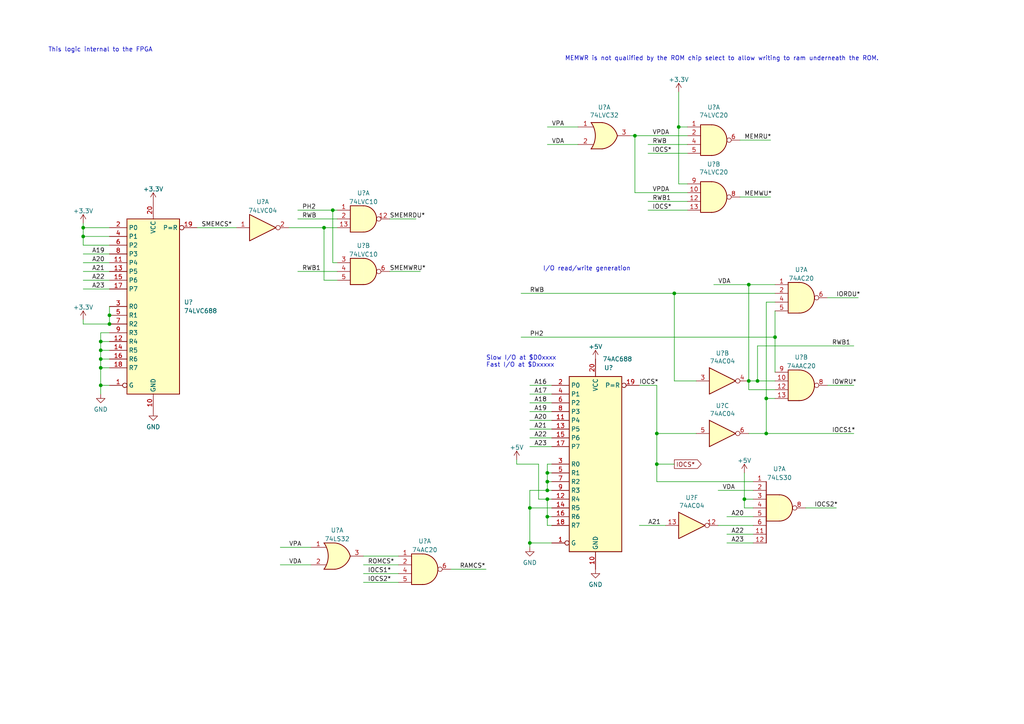
<source format=kicad_sch>
(kicad_sch (version 20211123) (generator eeschema)
  (paper "A4")
  (lib_symbols
    (symbol "74xx:74LS04"
      (property "Reference" "U" (at 0 1.27 0))
      (property "Value" "74LS04" (at 0 -1.27 0))
      (symbol "74LS04_1_0"
        (polyline (pts (xy -3.81 3.81) (xy -3.81 -3.81) (xy 3.81 0) (xy -3.81 3.81)) (stroke (width 0.254)) (fill (type background)))
        (pin input line (at -7.62 0 0) (length 3.81) (name "~") (number "1"))
        (pin output inverted (at 7.62 0 180) (length 3.81) (name "~") (number "2"))
      )
      (symbol "74LS04_2_0"
        (polyline (pts (xy -3.81 3.81) (xy -3.81 -3.81) (xy 3.81 0) (xy -3.81 3.81)) (stroke (width 0.254)) (fill (type background)))
        (pin input line (at -7.62 0 0) (length 3.81) (name "~") (number "3"))
        (pin output inverted (at 7.62 0 180) (length 3.81) (name "~") (number "4"))
      )
      (symbol "74LS04_3_0"
        (polyline (pts (xy -3.81 3.81) (xy -3.81 -3.81) (xy 3.81 0) (xy -3.81 3.81)) (stroke (width 0.254)) (fill (type background)))
        (pin input line (at -7.62 0 0) (length 3.81) (name "~") (number "5"))
        (pin output inverted (at 7.62 0 180) (length 3.81) (name "~") (number "6"))
      )
      (symbol "74LS04_4_0"
        (polyline (pts (xy -3.81 3.81) (xy -3.81 -3.81) (xy 3.81 0) (xy -3.81 3.81)) (stroke (width 0.254)) (fill (type background)))
        (pin output inverted (at 7.62 0 180) (length 3.81) (name "~") (number "8"))
        (pin input line (at -7.62 0 0) (length 3.81) (name "~") (number "9"))
      )
      (symbol "74LS04_5_0"
        (polyline (pts (xy -3.81 3.81) (xy -3.81 -3.81) (xy 3.81 0) (xy -3.81 3.81)) (stroke (width 0.254)) (fill (type background)))
        (pin output inverted (at 7.62 0 180) (length 3.81) (name "~") (number "10"))
        (pin input line (at -7.62 0 0) (length 3.81) (name "~") (number "11"))
      )
      (symbol "74LS04_6_0"
        (polyline (pts (xy -3.81 3.81) (xy -3.81 -3.81) (xy 3.81 0) (xy -3.81 3.81)) (stroke (width 0.254)) (fill (type background)))
        (pin output inverted (at 7.62 0 180) (length 3.81) (name "~") (number "12"))
        (pin input line (at -7.62 0 0) (length 3.81) (name "~") (number "13"))
      )
      (symbol "74LS04_7_0"
        (pin power_in line (at 0 12.7 270) (length 5.08) (name "VCC") (number "14"))
        (pin power_in line (at 0 -12.7 90) (length 5.08) (name "GND") (number "7"))
      )
      (symbol "74LS04_7_1"
        (rectangle (start -5.08 7.62) (end 5.08 -7.62) (stroke (width 0.254)) (fill (type background)))
      )
    )
    (symbol "74xx:74LS10" (pin_names (offset 1.016))
      (property "Reference" "U" (at 0 1.27 0))
      (property "Value" "74LS10" (at 0 -1.27 0))
      (symbol "74LS10_1_1"
        (arc (start 0 -3.81) (mid 3.81 0) (end 0 3.81) (stroke (width 0.254)) (fill (type background)))
        (polyline (pts (xy 0 3.81) (xy -3.81 3.81) (xy -3.81 -3.81) (xy 0 -3.81)) (stroke (width 0.254)) (fill (type background)))
        (pin input line (at -7.62 2.54 0) (length 3.81) (name "~") (number "1"))
        (pin output inverted (at 7.62 0 180) (length 3.81) (name "~") (number "12"))
        (pin input line (at -7.62 -2.54 0) (length 3.81) (name "~") (number "13"))
        (pin input line (at -7.62 0 0) (length 3.81) (name "~") (number "2"))
      )
      (symbol "74LS10_1_2"
        (arc (start -3.81 -3.81) (mid -2.589 0) (end -3.81 3.81) (stroke (width 0.254)))
        (arc (start -0.6096 -3.81) (mid 2.1842 -2.5851) (end 3.81 0) (stroke (width 0.254)) (fill (type background)))
        (polyline (pts (xy -3.81 -3.81) (xy -0.635 -3.81)) (stroke (width 0.254)) (fill (type background)))
        (polyline (pts (xy -3.81 3.81) (xy -0.635 3.81)) (stroke (width 0.254)) (fill (type background)))
        (polyline (pts (xy -0.635 3.81) (xy -3.81 3.81) (xy -3.81 3.81) (xy -3.556 3.4036) (xy -3.0226 2.2606) (xy -2.6924 1.0414) (xy -2.6162 -0.254) (xy -2.7686 -1.4986) (xy -3.175 -2.7178) (xy -3.81 -3.81) (xy -3.81 -3.81) (xy -0.635 -3.81)) (stroke (width -25.4)) (fill (type background)))
        (arc (start 3.81 0) (mid 2.1915 2.5936) (end -0.6096 3.81) (stroke (width 0.254)) (fill (type background)))
        (pin input inverted (at -7.62 2.54 0) (length 4.318) (name "~") (number "1"))
        (pin output line (at 7.62 0 180) (length 3.81) (name "~") (number "12"))
        (pin input inverted (at -7.62 -2.54 0) (length 4.318) (name "~") (number "13"))
        (pin input inverted (at -7.62 0 0) (length 4.953) (name "~") (number "2"))
      )
      (symbol "74LS10_2_1"
        (arc (start 0 -3.81) (mid 3.81 0) (end 0 3.81) (stroke (width 0.254)) (fill (type background)))
        (polyline (pts (xy 0 3.81) (xy -3.81 3.81) (xy -3.81 -3.81) (xy 0 -3.81)) (stroke (width 0.254)) (fill (type background)))
        (pin input line (at -7.62 2.54 0) (length 3.81) (name "~") (number "3"))
        (pin input line (at -7.62 0 0) (length 3.81) (name "~") (number "4"))
        (pin input line (at -7.62 -2.54 0) (length 3.81) (name "~") (number "5"))
        (pin output inverted (at 7.62 0 180) (length 3.81) (name "~") (number "6"))
      )
      (symbol "74LS10_2_2"
        (arc (start -3.81 -3.81) (mid -2.589 0) (end -3.81 3.81) (stroke (width 0.254)))
        (arc (start -0.6096 -3.81) (mid 2.1842 -2.5851) (end 3.81 0) (stroke (width 0.254)) (fill (type background)))
        (polyline (pts (xy -3.81 -3.81) (xy -0.635 -3.81)) (stroke (width 0.254)) (fill (type background)))
        (polyline (pts (xy -3.81 3.81) (xy -0.635 3.81)) (stroke (width 0.254)) (fill (type background)))
        (polyline (pts (xy -0.635 3.81) (xy -3.81 3.81) (xy -3.81 3.81) (xy -3.556 3.4036) (xy -3.0226 2.2606) (xy -2.6924 1.0414) (xy -2.6162 -0.254) (xy -2.7686 -1.4986) (xy -3.175 -2.7178) (xy -3.81 -3.81) (xy -3.81 -3.81) (xy -0.635 -3.81)) (stroke (width -25.4)) (fill (type background)))
        (arc (start 3.81 0) (mid 2.1915 2.5936) (end -0.6096 3.81) (stroke (width 0.254)) (fill (type background)))
        (pin input inverted (at -7.62 2.54 0) (length 4.318) (name "~") (number "3"))
        (pin input inverted (at -7.62 0 0) (length 4.953) (name "~") (number "4"))
        (pin input inverted (at -7.62 -2.54 0) (length 4.318) (name "~") (number "5"))
        (pin output line (at 7.62 0 180) (length 3.81) (name "~") (number "6"))
      )
      (symbol "74LS10_3_1"
        (arc (start 0 -3.81) (mid 3.81 0) (end 0 3.81) (stroke (width 0.254)) (fill (type background)))
        (polyline (pts (xy 0 3.81) (xy -3.81 3.81) (xy -3.81 -3.81) (xy 0 -3.81)) (stroke (width 0.254)) (fill (type background)))
        (pin input line (at -7.62 0 0) (length 3.81) (name "~") (number "10"))
        (pin input line (at -7.62 -2.54 0) (length 3.81) (name "~") (number "11"))
        (pin output inverted (at 7.62 0 180) (length 3.81) (name "~") (number "8"))
        (pin input line (at -7.62 2.54 0) (length 3.81) (name "~") (number "9"))
      )
      (symbol "74LS10_3_2"
        (arc (start -3.81 -3.81) (mid -2.589 0) (end -3.81 3.81) (stroke (width 0.254)))
        (arc (start -0.6096 -3.81) (mid 2.1842 -2.5851) (end 3.81 0) (stroke (width 0.254)) (fill (type background)))
        (polyline (pts (xy -3.81 -3.81) (xy -0.635 -3.81)) (stroke (width 0.254)) (fill (type background)))
        (polyline (pts (xy -3.81 3.81) (xy -0.635 3.81)) (stroke (width 0.254)) (fill (type background)))
        (polyline (pts (xy -0.635 3.81) (xy -3.81 3.81) (xy -3.81 3.81) (xy -3.556 3.4036) (xy -3.0226 2.2606) (xy -2.6924 1.0414) (xy -2.6162 -0.254) (xy -2.7686 -1.4986) (xy -3.175 -2.7178) (xy -3.81 -3.81) (xy -3.81 -3.81) (xy -0.635 -3.81)) (stroke (width -25.4)) (fill (type background)))
        (arc (start 3.81 0) (mid 2.1915 2.5936) (end -0.6096 3.81) (stroke (width 0.254)) (fill (type background)))
        (pin input inverted (at -7.62 0 0) (length 4.953) (name "~") (number "10"))
        (pin input inverted (at -7.62 -2.54 0) (length 4.318) (name "~") (number "11"))
        (pin output line (at 7.62 0 180) (length 3.81) (name "~") (number "8"))
        (pin input inverted (at -7.62 2.54 0) (length 4.318) (name "~") (number "9"))
      )
      (symbol "74LS10_4_0"
        (pin power_in line (at 0 12.7 270) (length 5.08) (name "VCC") (number "14"))
        (pin power_in line (at 0 -12.7 90) (length 5.08) (name "GND") (number "7"))
      )
      (symbol "74LS10_4_1"
        (rectangle (start -5.08 7.62) (end 5.08 -7.62) (stroke (width 0.254)) (fill (type background)))
      )
    )
    (symbol "74xx:74LS20" (pin_names (offset 1.016))
      (property "Reference" "U" (at 0 1.27 0))
      (property "Value" "74LS20" (at 0 -1.27 0))
      (symbol "74LS20_1_1"
        (arc (start -0.635 -4.445) (mid 3.81 0) (end -0.635 4.445) (stroke (width 0.254)) (fill (type background)))
        (polyline (pts (xy -0.635 4.445) (xy -3.81 4.445) (xy -3.81 -4.445) (xy -0.635 -4.445)) (stroke (width 0.254)) (fill (type background)))
        (pin input line (at -7.62 3.81 0) (length 3.81) (name "~") (number "1"))
        (pin input line (at -7.62 1.27 0) (length 3.81) (name "~") (number "2"))
        (pin input line (at -7.62 -1.27 0) (length 3.81) (name "~") (number "4"))
        (pin input line (at -7.62 -3.81 0) (length 3.81) (name "~") (number "5"))
        (pin output inverted (at 7.62 0 180) (length 3.81) (name "~") (number "6"))
      )
      (symbol "74LS20_1_2"
        (arc (start -3.81 -4.445) (mid -2.5908 0) (end -3.81 4.445) (stroke (width 0.254)))
        (arc (start -0.6096 -4.445) (mid 2.2246 -2.8422) (end 3.81 0) (stroke (width 0.254)) (fill (type background)))
        (polyline (pts (xy -3.81 -4.445) (xy -0.635 -4.445)) (stroke (width 0.254)) (fill (type background)))
        (polyline (pts (xy -3.81 4.445) (xy -0.635 4.445)) (stroke (width 0.254)) (fill (type background)))
        (polyline (pts (xy -0.635 4.445) (xy -3.81 4.445) (xy -3.81 4.445) (xy -3.6322 4.0894) (xy -3.0988 2.921) (xy -2.7686 1.6764) (xy -2.6162 0.4318) (xy -2.6416 -0.8636) (xy -2.8702 -2.1082) (xy -3.2512 -3.3274) (xy -3.81 -4.445) (xy -3.81 -4.445) (xy -0.635 -4.445)) (stroke (width -25.4)) (fill (type background)))
        (arc (start 3.81 0) (mid 2.2204 2.8379) (end -0.6096 4.445) (stroke (width 0.254)) (fill (type background)))
        (pin input inverted (at -7.62 3.81 0) (length 3.81) (name "~") (number "1"))
        (pin input inverted (at -7.62 1.27 0) (length 4.826) (name "~") (number "2"))
        (pin input inverted (at -7.62 -1.27 0) (length 4.826) (name "~") (number "4"))
        (pin input inverted (at -7.62 -3.81 0) (length 3.81) (name "~") (number "5"))
        (pin output line (at 7.62 0 180) (length 3.81) (name "~") (number "6"))
      )
      (symbol "74LS20_2_1"
        (arc (start -0.635 -4.445) (mid 3.81 0) (end -0.635 4.445) (stroke (width 0.254)) (fill (type background)))
        (polyline (pts (xy -0.635 4.445) (xy -3.81 4.445) (xy -3.81 -4.445) (xy -0.635 -4.445)) (stroke (width 0.254)) (fill (type background)))
        (pin input line (at -7.62 1.27 0) (length 3.81) (name "~") (number "10"))
        (pin input line (at -7.62 -1.27 0) (length 3.81) (name "~") (number "12"))
        (pin input line (at -7.62 -3.81 0) (length 3.81) (name "~") (number "13"))
        (pin output inverted (at 7.62 0 180) (length 3.81) (name "~") (number "8"))
        (pin input line (at -7.62 3.81 0) (length 3.81) (name "~") (number "9"))
      )
      (symbol "74LS20_2_2"
        (arc (start -3.81 -4.445) (mid -2.5908 0) (end -3.81 4.445) (stroke (width 0.254)))
        (arc (start -0.6096 -4.445) (mid 2.2246 -2.8422) (end 3.81 0) (stroke (width 0.254)) (fill (type background)))
        (polyline (pts (xy -3.81 -4.445) (xy -0.635 -4.445)) (stroke (width 0.254)) (fill (type background)))
        (polyline (pts (xy -3.81 4.445) (xy -0.635 4.445)) (stroke (width 0.254)) (fill (type background)))
        (polyline (pts (xy -0.635 4.445) (xy -3.81 4.445) (xy -3.81 4.445) (xy -3.6322 4.0894) (xy -3.0988 2.921) (xy -2.7686 1.6764) (xy -2.6162 0.4318) (xy -2.6416 -0.8636) (xy -2.8702 -2.1082) (xy -3.2512 -3.3274) (xy -3.81 -4.445) (xy -3.81 -4.445) (xy -0.635 -4.445)) (stroke (width -25.4)) (fill (type background)))
        (arc (start 3.81 0) (mid 2.2204 2.8379) (end -0.6096 4.445) (stroke (width 0.254)) (fill (type background)))
        (pin input inverted (at -7.62 1.27 0) (length 4.826) (name "~") (number "10"))
        (pin input inverted (at -7.62 -1.27 0) (length 4.826) (name "~") (number "12"))
        (pin input inverted (at -7.62 -3.81 0) (length 3.81) (name "~") (number "13"))
        (pin output line (at 7.62 0 180) (length 3.81) (name "~") (number "8"))
        (pin input inverted (at -7.62 3.81 0) (length 3.81) (name "~") (number "9"))
      )
      (symbol "74LS20_3_0"
        (pin power_in line (at 0 12.7 270) (length 5.08) (name "VCC") (number "14"))
        (pin power_in line (at 0 -12.7 90) (length 5.08) (name "GND") (number "7"))
      )
      (symbol "74LS20_3_1"
        (rectangle (start -5.08 7.62) (end 5.08 -7.62) (stroke (width 0.254)) (fill (type background)))
      )
    )
    (symbol "74xx:74LS30" (pin_names (offset 1.016))
      (property "Reference" "U" (at 0 1.27 0))
      (property "Value" "74LS30" (at 0 -1.27 0))
      (symbol "74LS30_1_1"
        (arc (start 0 -3.81) (mid 3.81 0) (end 0 3.81) (stroke (width 0.254)) (fill (type background)))
        (polyline (pts (xy -3.81 7.62) (xy -3.81 -10.16)) (stroke (width 0.254)))
        (polyline (pts (xy 0 3.81) (xy -3.81 3.81) (xy -3.81 -3.81) (xy 0 -3.81)) (stroke (width 0.254)) (fill (type background)))
        (pin input line (at -7.62 7.62 0) (length 3.81) (name "~") (number "1"))
        (pin input line (at -7.62 -7.62 0) (length 3.81) (name "~") (number "11"))
        (pin input line (at -7.62 -10.16 0) (length 3.81) (name "~") (number "12"))
        (pin input line (at -7.62 5.08 0) (length 3.81) (name "~") (number "2"))
        (pin input line (at -7.62 2.54 0) (length 3.81) (name "~") (number "3"))
        (pin input line (at -7.62 0 0) (length 3.81) (name "~") (number "4"))
        (pin input line (at -7.62 -2.54 0) (length 3.81) (name "~") (number "5"))
        (pin input line (at -7.62 -5.08 0) (length 3.81) (name "~") (number "6"))
        (pin output inverted (at 7.62 0 180) (length 3.81) (name "~") (number "8"))
      )
      (symbol "74LS30_1_2"
        (arc (start -3.81 -3.81) (mid -2.589 0) (end -3.81 3.81) (stroke (width 0.254)))
        (arc (start -0.6096 -3.81) (mid 2.1842 -2.5851) (end 3.81 0) (stroke (width 0.254)) (fill (type background)))
        (polyline (pts (xy -3.81 -3.81) (xy -3.81 -10.16)) (stroke (width 0.254)))
        (polyline (pts (xy -3.81 -3.81) (xy -0.635 -3.81)) (stroke (width 0.254)) (fill (type background)))
        (polyline (pts (xy -3.81 3.81) (xy -0.635 3.81)) (stroke (width 0.254)) (fill (type background)))
        (polyline (pts (xy -3.81 7.62) (xy -3.81 3.81)) (stroke (width 0.254)))
        (polyline (pts (xy -0.635 3.81) (xy -3.81 3.81) (xy -3.81 3.81) (xy -3.556 3.4036) (xy -3.0226 2.2606) (xy -2.6924 1.0414) (xy -2.6162 -0.254) (xy -2.7686 -1.4986) (xy -3.175 -2.7178) (xy -3.81 -3.81) (xy -3.81 -3.81) (xy -0.635 -3.81)) (stroke (width -25.4)) (fill (type background)))
        (arc (start 3.81 0) (mid 2.1915 2.5936) (end -0.6096 3.81) (stroke (width 0.254)) (fill (type background)))
        (pin input inverted (at -7.62 7.62 0) (length 3.81) (name "~") (number "1"))
        (pin input inverted (at -7.62 -7.62 0) (length 3.81) (name "~") (number "11"))
        (pin input inverted (at -7.62 -10.16 0) (length 3.81) (name "~") (number "12"))
        (pin input inverted (at -7.62 5.08 0) (length 3.81) (name "~") (number "2"))
        (pin input inverted (at -7.62 2.54 0) (length 4.5466) (name "~") (number "3"))
        (pin input inverted (at -7.62 0 0) (length 5.08) (name "~") (number "4"))
        (pin input inverted (at -7.62 -2.54 0) (length 4.5466) (name "~") (number "5"))
        (pin input inverted (at -7.62 -5.08 0) (length 3.81) (name "~") (number "6"))
        (pin output line (at 7.62 0 180) (length 3.81) (name "~") (number "8"))
      )
      (symbol "74LS30_2_0"
        (pin power_in line (at 0 12.7 270) (length 5.08) (name "VCC") (number "14"))
        (pin power_in line (at 0 -12.7 90) (length 5.08) (name "GND") (number "7"))
      )
      (symbol "74LS30_2_1"
        (rectangle (start -5.08 7.62) (end 5.08 -7.62) (stroke (width 0.254)) (fill (type background)))
      )
    )
    (symbol "74xx:74LS32" (pin_names (offset 1.016))
      (property "Reference" "U" (at 0 1.27 0))
      (property "Value" "74LS32" (at 0 -1.27 0))
      (symbol "74LS32_1_1"
        (arc (start -3.81 -3.81) (mid -2.589 0) (end -3.81 3.81) (stroke (width 0.254)))
        (arc (start -0.6096 -3.81) (mid 2.1842 -2.5851) (end 3.81 0) (stroke (width 0.254)) (fill (type background)))
        (polyline (pts (xy -3.81 -3.81) (xy -0.635 -3.81)) (stroke (width 0.254)) (fill (type background)))
        (polyline (pts (xy -3.81 3.81) (xy -0.635 3.81)) (stroke (width 0.254)) (fill (type background)))
        (polyline (pts (xy -0.635 3.81) (xy -3.81 3.81) (xy -3.81 3.81) (xy -3.556 3.4036) (xy -3.0226 2.2606) (xy -2.6924 1.0414) (xy -2.6162 -0.254) (xy -2.7686 -1.4986) (xy -3.175 -2.7178) (xy -3.81 -3.81) (xy -3.81 -3.81) (xy -0.635 -3.81)) (stroke (width -25.4)) (fill (type background)))
        (arc (start 3.81 0) (mid 2.1915 2.5936) (end -0.6096 3.81) (stroke (width 0.254)) (fill (type background)))
        (pin input line (at -7.62 2.54 0) (length 4.318) (name "~") (number "1"))
        (pin input line (at -7.62 -2.54 0) (length 4.318) (name "~") (number "2"))
        (pin output line (at 7.62 0 180) (length 3.81) (name "~") (number "3"))
      )
      (symbol "74LS32_1_2"
        (arc (start 0 -3.81) (mid 3.81 0) (end 0 3.81) (stroke (width 0.254)) (fill (type background)))
        (polyline (pts (xy 0 3.81) (xy -3.81 3.81) (xy -3.81 -3.81) (xy 0 -3.81)) (stroke (width 0.254)) (fill (type background)))
        (pin input inverted (at -7.62 2.54 0) (length 3.81) (name "~") (number "1"))
        (pin input inverted (at -7.62 -2.54 0) (length 3.81) (name "~") (number "2"))
        (pin output inverted (at 7.62 0 180) (length 3.81) (name "~") (number "3"))
      )
      (symbol "74LS32_2_1"
        (arc (start -3.81 -3.81) (mid -2.589 0) (end -3.81 3.81) (stroke (width 0.254)))
        (arc (start -0.6096 -3.81) (mid 2.1842 -2.5851) (end 3.81 0) (stroke (width 0.254)) (fill (type background)))
        (polyline (pts (xy -3.81 -3.81) (xy -0.635 -3.81)) (stroke (width 0.254)) (fill (type background)))
        (polyline (pts (xy -3.81 3.81) (xy -0.635 3.81)) (stroke (width 0.254)) (fill (type background)))
        (polyline (pts (xy -0.635 3.81) (xy -3.81 3.81) (xy -3.81 3.81) (xy -3.556 3.4036) (xy -3.0226 2.2606) (xy -2.6924 1.0414) (xy -2.6162 -0.254) (xy -2.7686 -1.4986) (xy -3.175 -2.7178) (xy -3.81 -3.81) (xy -3.81 -3.81) (xy -0.635 -3.81)) (stroke (width -25.4)) (fill (type background)))
        (arc (start 3.81 0) (mid 2.1915 2.5936) (end -0.6096 3.81) (stroke (width 0.254)) (fill (type background)))
        (pin input line (at -7.62 2.54 0) (length 4.318) (name "~") (number "4"))
        (pin input line (at -7.62 -2.54 0) (length 4.318) (name "~") (number "5"))
        (pin output line (at 7.62 0 180) (length 3.81) (name "~") (number "6"))
      )
      (symbol "74LS32_2_2"
        (arc (start 0 -3.81) (mid 3.81 0) (end 0 3.81) (stroke (width 0.254)) (fill (type background)))
        (polyline (pts (xy 0 3.81) (xy -3.81 3.81) (xy -3.81 -3.81) (xy 0 -3.81)) (stroke (width 0.254)) (fill (type background)))
        (pin input inverted (at -7.62 2.54 0) (length 3.81) (name "~") (number "4"))
        (pin input inverted (at -7.62 -2.54 0) (length 3.81) (name "~") (number "5"))
        (pin output inverted (at 7.62 0 180) (length 3.81) (name "~") (number "6"))
      )
      (symbol "74LS32_3_1"
        (arc (start -3.81 -3.81) (mid -2.589 0) (end -3.81 3.81) (stroke (width 0.254)))
        (arc (start -0.6096 -3.81) (mid 2.1842 -2.5851) (end 3.81 0) (stroke (width 0.254)) (fill (type background)))
        (polyline (pts (xy -3.81 -3.81) (xy -0.635 -3.81)) (stroke (width 0.254)) (fill (type background)))
        (polyline (pts (xy -3.81 3.81) (xy -0.635 3.81)) (stroke (width 0.254)) (fill (type background)))
        (polyline (pts (xy -0.635 3.81) (xy -3.81 3.81) (xy -3.81 3.81) (xy -3.556 3.4036) (xy -3.0226 2.2606) (xy -2.6924 1.0414) (xy -2.6162 -0.254) (xy -2.7686 -1.4986) (xy -3.175 -2.7178) (xy -3.81 -3.81) (xy -3.81 -3.81) (xy -0.635 -3.81)) (stroke (width -25.4)) (fill (type background)))
        (arc (start 3.81 0) (mid 2.1915 2.5936) (end -0.6096 3.81) (stroke (width 0.254)) (fill (type background)))
        (pin input line (at -7.62 -2.54 0) (length 4.318) (name "~") (number "10"))
        (pin output line (at 7.62 0 180) (length 3.81) (name "~") (number "8"))
        (pin input line (at -7.62 2.54 0) (length 4.318) (name "~") (number "9"))
      )
      (symbol "74LS32_3_2"
        (arc (start 0 -3.81) (mid 3.81 0) (end 0 3.81) (stroke (width 0.254)) (fill (type background)))
        (polyline (pts (xy 0 3.81) (xy -3.81 3.81) (xy -3.81 -3.81) (xy 0 -3.81)) (stroke (width 0.254)) (fill (type background)))
        (pin input inverted (at -7.62 -2.54 0) (length 3.81) (name "~") (number "10"))
        (pin output inverted (at 7.62 0 180) (length 3.81) (name "~") (number "8"))
        (pin input inverted (at -7.62 2.54 0) (length 3.81) (name "~") (number "9"))
      )
      (symbol "74LS32_4_1"
        (arc (start -3.81 -3.81) (mid -2.589 0) (end -3.81 3.81) (stroke (width 0.254)))
        (arc (start -0.6096 -3.81) (mid 2.1842 -2.5851) (end 3.81 0) (stroke (width 0.254)) (fill (type background)))
        (polyline (pts (xy -3.81 -3.81) (xy -0.635 -3.81)) (stroke (width 0.254)) (fill (type background)))
        (polyline (pts (xy -3.81 3.81) (xy -0.635 3.81)) (stroke (width 0.254)) (fill (type background)))
        (polyline (pts (xy -0.635 3.81) (xy -3.81 3.81) (xy -3.81 3.81) (xy -3.556 3.4036) (xy -3.0226 2.2606) (xy -2.6924 1.0414) (xy -2.6162 -0.254) (xy -2.7686 -1.4986) (xy -3.175 -2.7178) (xy -3.81 -3.81) (xy -3.81 -3.81) (xy -0.635 -3.81)) (stroke (width -25.4)) (fill (type background)))
        (arc (start 3.81 0) (mid 2.1915 2.5936) (end -0.6096 3.81) (stroke (width 0.254)) (fill (type background)))
        (pin output line (at 7.62 0 180) (length 3.81) (name "~") (number "11"))
        (pin input line (at -7.62 2.54 0) (length 4.318) (name "~") (number "12"))
        (pin input line (at -7.62 -2.54 0) (length 4.318) (name "~") (number "13"))
      )
      (symbol "74LS32_4_2"
        (arc (start 0 -3.81) (mid 3.81 0) (end 0 3.81) (stroke (width 0.254)) (fill (type background)))
        (polyline (pts (xy 0 3.81) (xy -3.81 3.81) (xy -3.81 -3.81) (xy 0 -3.81)) (stroke (width 0.254)) (fill (type background)))
        (pin output inverted (at 7.62 0 180) (length 3.81) (name "~") (number "11"))
        (pin input inverted (at -7.62 2.54 0) (length 3.81) (name "~") (number "12"))
        (pin input inverted (at -7.62 -2.54 0) (length 3.81) (name "~") (number "13"))
      )
      (symbol "74LS32_5_0"
        (pin power_in line (at 0 12.7 270) (length 5.08) (name "VCC") (number "14"))
        (pin power_in line (at 0 -12.7 90) (length 5.08) (name "GND") (number "7"))
      )
      (symbol "74LS32_5_1"
        (rectangle (start -5.08 7.62) (end 5.08 -7.62) (stroke (width 0.254)) (fill (type background)))
      )
    )
    (symbol "74xx:74LS688"
      (property "Reference" "U" (at -7.62 26.67 0))
      (property "Value" "74LS688" (at -7.62 -26.67 0))
      (symbol "74LS688_1_0"
        (pin input inverted (at -12.7 -22.86 0) (length 5.08) (name "G") (number "1"))
        (pin power_in line (at 0 -30.48 90) (length 5.08) (name "GND") (number "10"))
        (pin input line (at -12.7 12.7 0) (length 5.08) (name "P4") (number "11"))
        (pin input line (at -12.7 -10.16 0) (length 5.08) (name "R4") (number "12"))
        (pin input line (at -12.7 10.16 0) (length 5.08) (name "P5") (number "13"))
        (pin input line (at -12.7 -12.7 0) (length 5.08) (name "R5") (number "14"))
        (pin input line (at -12.7 7.62 0) (length 5.08) (name "P6") (number "15"))
        (pin input line (at -12.7 -15.24 0) (length 5.08) (name "R6") (number "16"))
        (pin input line (at -12.7 5.08 0) (length 5.08) (name "P7") (number "17"))
        (pin input line (at -12.7 -17.78 0) (length 5.08) (name "R7") (number "18"))
        (pin output inverted (at 12.7 22.86 180) (length 5.08) (name "P=R") (number "19"))
        (pin input line (at -12.7 22.86 0) (length 5.08) (name "P0") (number "2"))
        (pin power_in line (at 0 30.48 270) (length 5.08) (name "VCC") (number "20"))
        (pin input line (at -12.7 0 0) (length 5.08) (name "R0") (number "3"))
        (pin input line (at -12.7 20.32 0) (length 5.08) (name "P1") (number "4"))
        (pin input line (at -12.7 -2.54 0) (length 5.08) (name "R1") (number "5"))
        (pin input line (at -12.7 17.78 0) (length 5.08) (name "P2") (number "6"))
        (pin input line (at -12.7 -5.08 0) (length 5.08) (name "R2") (number "7"))
        (pin input line (at -12.7 15.24 0) (length 5.08) (name "P3") (number "8"))
        (pin input line (at -12.7 -7.62 0) (length 5.08) (name "R3") (number "9"))
      )
      (symbol "74LS688_1_1"
        (rectangle (start -7.62 25.4) (end 7.62 -25.4) (stroke (width 0.254)) (fill (type background)))
      )
    )
    (symbol "power:+3.3V" (power) (pin_names (offset 0))
      (property "Value" "+3.3V" (at 0 3.556 0))
      (symbol "+3.3V_0_1"
        (polyline (pts (xy -0.762 1.27) (xy 0 2.54)))
        (polyline (pts (xy 0 0) (xy 0 2.54)))
        (polyline (pts (xy 0 2.54) (xy 0.762 1.27)))
      )
      (symbol "+3.3V_1_1"
        (pin power_in line (at 0 0 90) (length 0) hide (name "+3.3V") (number "1"))
      )
    )
    (symbol "power:+5V" (power) (pin_names (offset 0))
      (property "Value" "+5V" (at 0 3.556 0))
      (symbol "+5V_0_1"
        (polyline (pts (xy -0.762 1.27) (xy 0 2.54)))
        (polyline (pts (xy 0 0) (xy 0 2.54)))
        (polyline (pts (xy 0 2.54) (xy 0.762 1.27)))
      )
      (symbol "+5V_1_1"
        (pin power_in line (at 0 0 90) (length 0) hide (name "+5V") (number "1"))
      )
    )
    (symbol "power:GND" (power) (pin_names (offset 0))
      (property "Value" "GND" (at 0 -3.81 0))
      (symbol "GND_0_1"
        (polyline (pts (xy 0 0) (xy 0 -1.27) (xy 1.27 -1.27) (xy 0 -2.54) (xy -1.27 -1.27) (xy 0 -1.27)))
      )
      (symbol "GND_1_1"
        (pin power_in line (at 0 0 270) (length 0) hide (name "GND") (number "1"))
      )
    )
  )
  (junction (at 158.75 137.16))
  (junction (at 158.75 144.78))
  (junction (at 29.21 111.76))
  (junction (at 158.75 149.86))
  (junction (at 158.75 142.24))
  (junction (at 153.67 147.32))
  (junction (at 215.9 144.78))
  (junction (at 93.98 66.04))
  (junction (at 190.5 134.62))
  (junction (at 195.58 85.09))
  (junction (at 96.52 60.96))
  (junction (at 29.21 101.6))
  (junction (at 153.67 157.48))
  (junction (at 219.71 110.49))
  (junction (at 217.17 110.49))
  (junction (at 190.5 125.73))
  (junction (at 31.75 91.44))
  (junction (at 217.17 82.55))
  (junction (at 24.13 68.58))
  (junction (at 31.75 93.98))
  (junction (at 29.21 99.06))
  (junction (at 158.75 139.7))
  (junction (at 222.25 115.57))
  (junction (at 222.25 125.73))
  (junction (at 184.15 39.37))
  (junction (at 224.79 97.79))
  (junction (at 29.21 104.14))
  (junction (at 24.13 66.04))
  (junction (at 196.85 36.83))
  (junction (at 29.21 106.68))
  (wire (pts (xy 160.02 121.92) (xy 153.67 121.92)))
  (wire (pts (xy 160.02 144.78) (xy 158.75 144.78)))
  (wire (pts (xy 29.21 111.76) (xy 29.21 114.3)))
  (wire (pts (xy 90.17 158.75) (xy 81.28 158.75)))
  (wire (pts (xy 196.85 53.34) (xy 196.85 36.83)))
  (wire (pts (xy 199.39 60.96) (xy 187.96 60.96)))
  (wire (pts (xy 153.67 147.32) (xy 153.67 157.48)))
  (wire (pts (xy 31.75 104.14) (xy 29.21 104.14)))
  (wire (pts (xy 207.01 82.55) (xy 217.17 82.55)))
  (wire (pts (xy 160.02 111.76) (xy 153.67 111.76)))
  (wire (pts (xy 190.5 111.76) (xy 190.5 125.73)))
  (wire (pts (xy 233.68 147.32) (xy 242.57 147.32)))
  (wire (pts (xy 214.63 57.15) (xy 223.52 57.15)))
  (wire (pts (xy 96.52 60.96) (xy 86.36 60.96)))
  (wire (pts (xy 24.13 93.98) (xy 24.13 92.71)))
  (wire (pts (xy 130.81 165.1) (xy 140.97 165.1)))
  (wire (pts (xy 93.98 66.04) (xy 97.79 66.04)))
  (wire (pts (xy 31.75 88.9) (xy 31.75 91.44)))
  (wire (pts (xy 97.79 78.74) (xy 86.36 78.74)))
  (wire (pts (xy 201.93 110.49) (xy 195.58 110.49)))
  (wire (pts (xy 218.44 147.32) (xy 215.9 147.32)))
  (wire (pts (xy 160.02 127) (xy 153.67 127)))
  (wire (pts (xy 31.75 71.12) (xy 24.13 71.12)))
  (wire (pts (xy 31.75 93.98) (xy 24.13 93.98)))
  (wire (pts (xy 31.75 111.76) (xy 29.21 111.76)))
  (wire (pts (xy 167.64 41.91) (xy 158.75 41.91)))
  (wire (pts (xy 215.9 147.32) (xy 215.9 144.78)))
  (wire (pts (xy 160.02 147.32) (xy 153.67 147.32)))
  (wire (pts (xy 160.02 152.4) (xy 158.75 152.4)))
  (wire (pts (xy 190.5 139.7) (xy 218.44 139.7)))
  (wire (pts (xy 218.44 154.94) (xy 210.82 154.94)))
  (wire (pts (xy 31.75 99.06) (xy 29.21 99.06)))
  (wire (pts (xy 217.17 82.55) (xy 224.79 82.55)))
  (wire (pts (xy 167.64 36.83) (xy 158.75 36.83)))
  (wire (pts (xy 160.02 129.54) (xy 153.67 129.54)))
  (wire (pts (xy 196.85 36.83) (xy 196.85 26.67)))
  (wire (pts (xy 153.67 157.48) (xy 160.02 157.48)))
  (wire (pts (xy 160.02 124.46) (xy 153.67 124.46)))
  (wire (pts (xy 160.02 139.7) (xy 158.75 139.7)))
  (wire (pts (xy 190.5 134.62) (xy 195.58 134.62)))
  (wire (pts (xy 31.75 66.04) (xy 24.13 66.04)))
  (wire (pts (xy 29.21 111.76) (xy 29.21 106.68)))
  (wire (pts (xy 215.9 137.16) (xy 215.9 144.78)))
  (wire (pts (xy 29.21 96.52) (xy 29.21 99.06)))
  (wire (pts (xy 158.75 149.86) (xy 160.02 149.86)))
  (wire (pts (xy 31.75 91.44) (xy 31.75 93.98)))
  (wire (pts (xy 29.21 99.06) (xy 29.21 101.6)))
  (wire (pts (xy 149.86 133.35) (xy 149.86 134.62)))
  (wire (pts (xy 31.75 101.6) (xy 29.21 101.6)))
  (wire (pts (xy 222.25 115.57) (xy 222.25 87.63)))
  (wire (pts (xy 160.02 119.38) (xy 153.67 119.38)))
  (wire (pts (xy 208.28 142.24) (xy 218.44 142.24)))
  (wire (pts (xy 199.39 53.34) (xy 196.85 53.34)))
  (wire (pts (xy 160.02 134.62) (xy 158.75 134.62)))
  (wire (pts (xy 158.75 139.7) (xy 158.75 142.24)))
  (wire (pts (xy 224.79 110.49) (xy 219.71 110.49)))
  (wire (pts (xy 151.13 97.79) (xy 224.79 97.79)))
  (wire (pts (xy 97.79 63.5) (xy 86.36 63.5)))
  (wire (pts (xy 29.21 104.14) (xy 29.21 106.68)))
  (wire (pts (xy 96.52 60.96) (xy 97.79 60.96)))
  (wire (pts (xy 184.15 55.88) (xy 199.39 55.88)))
  (wire (pts (xy 24.13 66.04) (xy 24.13 64.77)))
  (wire (pts (xy 184.15 55.88) (xy 184.15 39.37)))
  (wire (pts (xy 31.75 96.52) (xy 29.21 96.52)))
  (wire (pts (xy 224.79 113.03) (xy 217.17 113.03)))
  (wire (pts (xy 199.39 58.42) (xy 187.96 58.42)))
  (wire (pts (xy 217.17 110.49) (xy 217.17 113.03)))
  (wire (pts (xy 24.13 68.58) (xy 24.13 66.04)))
  (wire (pts (xy 240.03 111.76) (xy 247.65 111.76)))
  (wire (pts (xy 113.03 78.74) (xy 121.92 78.74)))
  (wire (pts (xy 195.58 85.09) (xy 151.13 85.09)))
  (wire (pts (xy 153.67 142.24) (xy 158.75 142.24)))
  (wire (pts (xy 218.44 157.48) (xy 210.82 157.48)))
  (wire (pts (xy 160.02 116.84) (xy 153.67 116.84)))
  (wire (pts (xy 115.57 161.29) (xy 105.41 161.29)))
  (wire (pts (xy 93.98 81.28) (xy 97.79 81.28)))
  (wire (pts (xy 31.75 81.28) (xy 24.13 81.28)))
  (wire (pts (xy 184.15 39.37) (xy 199.39 39.37)))
  (wire (pts (xy 222.25 115.57) (xy 222.25 125.73)))
  (wire (pts (xy 24.13 71.12) (xy 24.13 68.58)))
  (wire (pts (xy 83.82 66.04) (xy 93.98 66.04)))
  (wire (pts (xy 93.98 66.04) (xy 93.98 81.28)))
  (wire (pts (xy 158.75 134.62) (xy 158.75 137.16)))
  (wire (pts (xy 199.39 36.83) (xy 196.85 36.83)))
  (wire (pts (xy 214.63 40.64) (xy 223.52 40.64)))
  (wire (pts (xy 219.71 110.49) (xy 219.71 100.33)))
  (wire (pts (xy 224.79 85.09) (xy 195.58 85.09)))
  (wire (pts (xy 31.75 78.74) (xy 24.13 78.74)))
  (wire (pts (xy 217.17 125.73) (xy 222.25 125.73)))
  (wire (pts (xy 217.17 82.55) (xy 217.17 110.49)))
  (wire (pts (xy 182.88 39.37) (xy 184.15 39.37)))
  (wire (pts (xy 90.17 163.83) (xy 81.28 163.83)))
  (wire (pts (xy 31.75 68.58) (xy 24.13 68.58)))
  (wire (pts (xy 219.71 100.33) (xy 247.65 100.33)))
  (wire (pts (xy 222.25 125.73) (xy 247.65 125.73)))
  (wire (pts (xy 160.02 114.3) (xy 153.67 114.3)))
  (wire (pts (xy 29.21 106.68) (xy 31.75 106.68)))
  (wire (pts (xy 158.75 144.78) (xy 156.21 144.78)))
  (wire (pts (xy 158.75 152.4) (xy 158.75 149.86)))
  (wire (pts (xy 156.21 134.62) (xy 149.86 134.62)))
  (wire (pts (xy 97.79 76.2) (xy 96.52 76.2)))
  (wire (pts (xy 160.02 137.16) (xy 158.75 137.16)))
  (wire (pts (xy 224.79 107.95) (xy 224.79 97.79)))
  (wire (pts (xy 153.67 157.48) (xy 153.67 158.75)))
  (wire (pts (xy 29.21 101.6) (xy 29.21 104.14)))
  (wire (pts (xy 208.28 152.4) (xy 218.44 152.4)))
  (wire (pts (xy 113.03 63.5) (xy 120.65 63.5)))
  (wire (pts (xy 224.79 115.57) (xy 222.25 115.57)))
  (wire (pts (xy 240.03 86.36) (xy 248.92 86.36)))
  (wire (pts (xy 190.5 134.62) (xy 190.5 139.7)))
  (wire (pts (xy 185.42 111.76) (xy 190.5 111.76)))
  (wire (pts (xy 115.57 166.37) (xy 105.41 166.37)))
  (wire (pts (xy 115.57 168.91) (xy 105.41 168.91)))
  (wire (pts (xy 115.57 163.83) (xy 105.41 163.83)))
  (wire (pts (xy 218.44 144.78) (xy 215.9 144.78)))
  (wire (pts (xy 96.52 76.2) (xy 96.52 60.96)))
  (wire (pts (xy 224.79 90.17) (xy 224.79 97.79)))
  (wire (pts (xy 190.5 125.73) (xy 190.5 134.62)))
  (wire (pts (xy 222.25 87.63) (xy 224.79 87.63)))
  (wire (pts (xy 219.71 110.49) (xy 217.17 110.49)))
  (wire (pts (xy 158.75 144.78) (xy 158.75 149.86)))
  (wire (pts (xy 199.39 44.45) (xy 187.96 44.45)))
  (wire (pts (xy 187.96 41.91) (xy 199.39 41.91)))
  (wire (pts (xy 31.75 76.2) (xy 24.13 76.2)))
  (wire (pts (xy 158.75 137.16) (xy 158.75 139.7)))
  (wire (pts (xy 153.67 147.32) (xy 153.67 142.24)))
  (wire (pts (xy 31.75 83.82) (xy 24.13 83.82)))
  (wire (pts (xy 195.58 110.49) (xy 195.58 85.09)))
  (wire (pts (xy 31.75 73.66) (xy 24.13 73.66)))
  (wire (pts (xy 193.04 152.4) (xy 185.42 152.4)))
  (wire (pts (xy 218.44 149.86) (xy 210.82 149.86)))
  (wire (pts (xy 190.5 125.73) (xy 201.93 125.73)))
  (wire (pts (xy 156.21 144.78) (xy 156.21 134.62)))
  (wire (pts (xy 158.75 142.24) (xy 160.02 142.24)))
  (wire (pts (xy 57.15 66.04) (xy 68.58 66.04)))
  (text "MEMWR is not qualified by the ROM chip select to allow writing to ram underneath the ROM." (at 163.83 17.78 0) (effects (font (size 1.27 1.27)) (justify left bottom)))
  (text "I/O read/write generation" (at 157.48 78.74 0) (effects (font (size 1.27 1.27)) (justify left bottom)))
  (text "This logic internal to the FPGA" (at 13.97 15.24 0) (effects (font (size 1.27 1.27)) (justify left bottom)))
  (text "Slow I/O at $D0xxxx\nFast I/O at $Dxxxxx" (at 140.97 106.68 0) (effects (font (size 1.27 1.27)) (justify left bottom)))
  (label "A21" (at 26.67 78.74 0))
  (label "IOCS2*" (at 106.68 168.91 0))
  (label "PH2" (at 153.67 97.79 0))
  (label "A21" (at 187.96 152.4 0))
  (label "VDA" (at 160.02 41.91 0))
  (label "IOCS1*" (at 106.68 166.37 0))
  (label "A22" (at 154.94 127 0))
  (label "ROMCS*" (at 106.68 163.83 0))
  (label "RWB" (at 87.63 63.5 0))
  (label "RWB1" (at 189.23 58.42 0))
  (label "VDA" (at 208.28 82.55 0))
  (label "A22" (at 26.67 81.28 0))
  (label "IORDU*" (at 242.57 86.36 0))
  (label "SMEMRDU*" (at 113.03 63.5 0))
  (label "A20" (at 154.94 121.92 0))
  (label "IOCS2*" (at 236.22 147.32 0))
  (label "A21" (at 154.94 124.46 0))
  (label "A23" (at 212.09 157.48 0))
  (label "PH2" (at 87.63 60.96 0))
  (label "IOCS1*" (at 241.3 125.73 0))
  (label "IOCS*" (at 189.23 60.96 0))
  (label "A17" (at 154.94 114.3 0))
  (label "A20" (at 212.09 149.86 0))
  (label "A18" (at 154.94 116.84 0))
  (label "MEMWU*" (at 215.9 57.15 0))
  (label "A16" (at 154.94 111.76 0))
  (label "IOWRU*" (at 241.3 111.76 0))
  (label "MEMRU*" (at 215.9 40.64 0))
  (label "A23" (at 154.94 129.54 0))
  (label "VPA" (at 160.02 36.83 0))
  (label "A19" (at 154.94 119.38 0))
  (label "RAMCS*" (at 133.35 165.1 0))
  (label "RWB" (at 153.67 85.09 0))
  (label "RWB" (at 189.23 41.91 0))
  (label "RWB1" (at 241.3 100.33 0))
  (label "A19" (at 26.67 73.66 0))
  (label "RWB1" (at 87.63 78.74 0))
  (label "VPA" (at 83.82 158.75 0))
  (label "VDA" (at 83.82 163.83 0))
  (label "SMEMWRU*" (at 113.03 78.74 0))
  (label "VDA" (at 209.55 142.24 0))
  (label "IOCS*" (at 185.42 111.76 0))
  (label "SMEMCS*" (at 58.42 66.04 0))
  (label "VPDA" (at 189.23 55.88 0))
  (label "A20" (at 26.67 76.2 0))
  (label "IOCS*" (at 189.23 44.45 0))
  (label "A22" (at 212.09 154.94 0))
  (label "A23" (at 26.67 83.82 0))
  (label "VPDA" (at 189.23 39.37 0))
  (global_label "IOCS*" (shape output) (at 195.58 134.62 0) (property "Intersheet References" "${INTERSHEET_REFS}" (effects hide)))
  (symbol (lib_id "74xx:74LS32") (at 175.26 39.37 0) (unit 1)
    (property "Reference" "U?" (at 175.26 31.115 0))
    (property "Value" "74LVC32" (at 175.26 33.4264 0))
    (property "Datasheet" "http://www.ti.com/lit/gpn/sn74LS32" (effects hide))
  )
  (symbol (lib_id "power:GND") (at 29.21 114.3 0) (unit 1)
    (property "Reference" "#PWR?" (effects hide))
    (property "Value" "GND" (at 29.21 118.7434 0))
  )
  (symbol (lib_id "74xx:74LS04") (at 209.55 125.73 0) (unit 3)
    (property "Reference" "U?" (at 209.55 117.6782 0))
    (property "Value" "74AC04" (at 209.55 119.9896 0))
    (property "Datasheet" "http://www.ti.com/lit/gpn/sn74LS04" (effects hide))
  )
  (symbol (lib_id "power:+3.3V") (at 44.45 58.42 0) (unit 1)
    (property "Reference" "#PWR?" (effects hide))
    (property "Value" "+3.3V" (at 44.45 54.8442 0))
  )
  (symbol (lib_id "74xx:74LS20") (at 232.41 111.76 0) (unit 2)
    (property "Reference" "U?" (at 232.41 103.6152 0))
    (property "Value" "74AAC20" (at 232.41 106.1521 0))
    (property "Datasheet" "http://www.ti.com/lit/gpn/sn74LS20" (effects hide))
  )
  (symbol (lib_id "power:GND") (at 44.45 119.38 0) (unit 1)
    (property "Reference" "#PWR?" (effects hide))
    (property "Value" "GND" (at 44.45 123.8234 0))
  )
  (symbol (lib_id "power:+3.3V") (at 24.13 64.77 0) (unit 1)
    (property "Reference" "#PWR?" (effects hide))
    (property "Value" "+3.3V" (at 24.13 61.1942 0))
  )
  (symbol (lib_id "power:GND") (at 172.72 165.1 0) (unit 1)
    (property "Reference" "#PWR?" (effects hide))
    (property "Value" "GND" (at 172.72 169.5434 0))
  )
  (symbol (lib_id "power:+5V") (at 172.72 104.14 0) (unit 1)
    (property "Reference" "#PWR?" (effects hide))
    (property "Value" "+5V" (at 172.72 100.5642 0))
  )
  (symbol (lib_id "74xx:74LS30") (at 226.06 147.32 0) (unit 1)
    (property "Reference" "U?" (at 226.06 136.0002 0))
    (property "Value" "74LS30" (at 226.06 138.5371 0))
    (property "Datasheet" "http://www.ti.com/lit/gpn/sn74LS30" (effects hide))
  )
  (symbol (lib_id "74xx:74LS04") (at 209.55 110.49 0) (unit 2)
    (property "Reference" "U?" (at 209.55 102.4382 0))
    (property "Value" "74AC04" (at 209.55 104.7496 0))
    (property "Datasheet" "http://www.ti.com/lit/gpn/sn74LS04" (effects hide))
  )
  (symbol (lib_id "74xx:74LS04") (at 200.66 152.4 0) (unit 6)
    (property "Reference" "U?" (at 200.66 144.3482 0))
    (property "Value" "74AC04" (at 200.66 146.6596 0))
    (property "Datasheet" "http://www.ti.com/lit/gpn/sn74LS04" (effects hide))
  )
  (symbol (lib_id "74xx:74LS20") (at 232.41 86.36 0) (unit 1)
    (property "Reference" "U?" (at 232.41 78.2152 0))
    (property "Value" "74AC20" (at 232.41 80.7521 0))
    (property "Datasheet" "http://www.ti.com/lit/gpn/sn74LS20" (effects hide))
  )
  (symbol (lib_id "power:+5V") (at 215.9 137.16 0) (unit 1)
    (property "Reference" "#PWR?" (effects hide))
    (property "Value" "+5V" (at 215.9 133.5842 0))
  )
  (symbol (lib_id "74xx:74LS32") (at 97.79 161.29 0) (unit 1)
    (property "Reference" "U?" (at 97.79 153.7802 0))
    (property "Value" "74LS32" (at 97.79 156.3171 0))
    (property "Datasheet" "http://www.ti.com/lit/gpn/sn74LS32" (effects hide))
  )
  (symbol (lib_id "74xx:74LS20") (at 207.01 57.15 0) (unit 2)
    (property "Reference" "U?" (at 207.01 47.625 0))
    (property "Value" "74LVC20" (at 207.01 49.9364 0))
    (property "Datasheet" "http://www.ti.com/lit/gpn/sn74LS20" (effects hide))
  )
  (symbol (lib_id "power:+3.3V") (at 196.85 26.67 0) (unit 1)
    (property "Reference" "#PWR?" (effects hide))
    (property "Value" "+3.3V" (at 196.85 23.0942 0))
  )
  (symbol (lib_id "power:GND") (at 153.67 158.75 0) (unit 1)
    (property "Reference" "#PWR?" (effects hide))
    (property "Value" "GND" (at 153.67 163.1934 0))
  )
  (symbol (lib_id "74xx:74LS688") (at 44.45 88.9 0) (unit 1)
    (property "Reference" "U?" (at 53.34 87.63 0) (effects (justify left)))
    (property "Value" "74LVC688" (at 53.34 90.17 0) (effects (justify left)))
    (property "Footprint" "Package_DIP:DIP-20_W7.62mm_Socket" (effects hide))
    (property "Datasheet" "http://www.ti.com/lit/gpn/sn74LS688" (effects hide))
  )
  (symbol (lib_id "power:+5V") (at 149.86 133.35 0) (unit 1)
    (property "Reference" "#PWR?" (effects hide))
    (property "Value" "+5V" (at 149.86 129.7742 0))
  )
  (symbol (lib_id "74xx:74LS04") (at 76.2 66.04 0) (unit 1)
    (property "Reference" "U?" (at 76.2 58.5302 0))
    (property "Value" "74LVC04" (at 76.2 61.0671 0))
    (property "Datasheet" "http://www.ti.com/lit/gpn/sn74LS04" (effects hide))
  )
  (symbol (lib_id "74xx:74LS10") (at 105.41 63.5 0) (unit 1)
    (property "Reference" "U?" (at 105.41 55.9902 0))
    (property "Value" "74LVC10" (at 105.41 58.5271 0))
    (property "Datasheet" "http://www.ti.com/lit/gpn/sn74LS10" (effects hide))
  )
  (symbol (lib_id "power:+3.3V") (at 24.13 92.71 0) (unit 1)
    (property "Reference" "#PWR?" (effects hide))
    (property "Value" "+3.3V" (at 24.13 89.1342 0))
  )
  (symbol (lib_id "74xx:74LS10") (at 105.41 78.74 0) (unit 2)
    (property "Reference" "U?" (at 105.41 71.2302 0))
    (property "Value" "74LVC10" (at 105.41 73.7671 0))
    (property "Datasheet" "http://www.ti.com/lit/gpn/sn74LS10" (effects hide))
  )
  (symbol (lib_id "74xx:74LS20") (at 123.19 165.1 0) (unit 1)
    (property "Reference" "U?" (at 123.19 156.9552 0))
    (property "Value" "74AC20" (at 123.19 159.4921 0))
    (property "Datasheet" "http://www.ti.com/lit/gpn/sn74LS20" (effects hide))
  )
  (symbol (lib_id "74xx:74LS688") (at 172.72 134.62 0) (unit 1)
    (property "Reference" "U?" (at 176.53 106.68 0))
    (property "Value" "74AC688" (at 179.07 104.14 0))
    (property "Datasheet" "http://www.ti.com/lit/gpn/sn74LS688" (effects hide))
  )
  (symbol (lib_id "74xx:74LS20") (at 207.01 40.64 0) (unit 1)
    (property "Reference" "U?" (at 207.01 31.115 0))
    (property "Value" "74LVC20" (at 207.01 33.4264 0))
    (property "Datasheet" "http://www.ti.com/lit/gpn/sn74LS20" (effects hide))
  )
)
</source>
